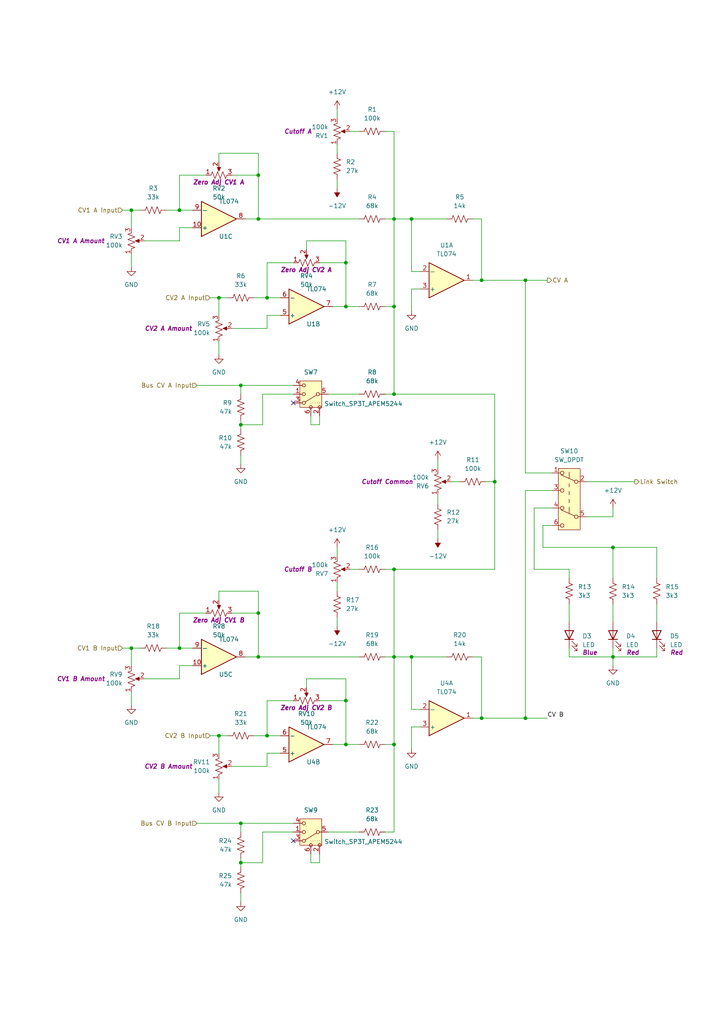
<source format=kicad_sch>
(kicad_sch (version 20231120) (generator "eeschema") (generator_version "8.0")
  (paper "A4" portrait)
  (title_block (comment 1 "PCB for 10cm Kosmo format synthesizer module"))
  (lib_symbols
    (symbol "Amplifier_Operational:TL074" (pin_names (offset 0.127))
      (property "Reference" "U" (at 0 5.08 0))
      (property "Value" "TL074" (at 0 -5.08 0))
      (symbol "TL074_1_1"
        (polyline (pts (xy -5.08 5.08) (xy 5.08 0) (xy -5.08 -5.08) (xy -5.08 5.08)) (stroke (width 0.254)) (fill (type background)))
        (pin output line (at 7.62 0 180) (length 2.54) (name "~") (number "1"))
        (pin input line (at -7.62 -2.54 0) (length 2.54) (name "-") (number "2"))
        (pin input line (at -7.62 2.54 0) (length 2.54) (name "+") (number "3"))
      )
      (symbol "TL074_2_1"
        (polyline (pts (xy -5.08 5.08) (xy 5.08 0) (xy -5.08 -5.08) (xy -5.08 5.08)) (stroke (width 0.254)) (fill (type background)))
        (pin input line (at -7.62 2.54 0) (length 2.54) (name "+") (number "5"))
        (pin input line (at -7.62 -2.54 0) (length 2.54) (name "-") (number "6"))
        (pin output line (at 7.62 0 180) (length 2.54) (name "~") (number "7"))
      )
      (symbol "TL074_3_1"
        (polyline (pts (xy -5.08 5.08) (xy 5.08 0) (xy -5.08 -5.08) (xy -5.08 5.08)) (stroke (width 0.254)) (fill (type background)))
        (pin input line (at -7.62 2.54 0) (length 2.54) (name "+") (number "10"))
        (pin output line (at 7.62 0 180) (length 2.54) (name "~") (number "8"))
        (pin input line (at -7.62 -2.54 0) (length 2.54) (name "-") (number "9"))
      )
      (symbol "TL074_4_1"
        (polyline (pts (xy -5.08 5.08) (xy 5.08 0) (xy -5.08 -5.08) (xy -5.08 5.08)) (stroke (width 0.254)) (fill (type background)))
        (pin input line (at -7.62 2.54 0) (length 2.54) (name "+") (number "12"))
        (pin input line (at -7.62 -2.54 0) (length 2.54) (name "-") (number "13"))
        (pin output line (at 7.62 0 180) (length 2.54) (name "~") (number "14"))
      )
      (symbol "TL074_5_1"
        (pin power_in line (at -2.54 -7.62 90) (length 3.81) (name "V-") (number "11"))
        (pin power_in line (at -2.54 7.62 270) (length 3.81) (name "V+") (number "4"))
      )
    )
    (symbol "Device:LED" (pin_numbers hide) (pin_names (offset 1.016) hide)
      (property "Reference" "D" (at 0 2.54 0))
      (property "Value" "LED" (at 0 -2.54 0))
      (symbol "LED_0_1"
        (polyline (pts (xy -1.27 -1.27) (xy -1.27 1.27)) (stroke (width 0.254)))
        (polyline (pts (xy -1.27 0) (xy 1.27 0)))
        (polyline (pts (xy 1.27 -1.27) (xy 1.27 1.27) (xy -1.27 0) (xy 1.27 -1.27)) (stroke (width 0.254)))
        (polyline (pts (xy -3.048 -0.762) (xy -4.572 -2.286) (xy -3.81 -2.286) (xy -4.572 -2.286) (xy -4.572 -1.524)))
        (polyline (pts (xy -1.778 -0.762) (xy -3.302 -2.286) (xy -2.54 -2.286) (xy -3.302 -2.286) (xy -3.302 -1.524)))
      )
      (symbol "LED_1_1"
        (pin passive line (at -3.81 0 0) (length 2.54) (name "K") (number "1"))
        (pin passive line (at 3.81 0 180) (length 2.54) (name "A") (number "2"))
      )
    )
    (symbol "Device:R_Potentiometer_US" (pin_names (offset 1.016) hide)
      (property "Reference" "RV" (at -4.445 0 90))
      (property "Value" "R_Potentiometer_US" (at -2.54 0 90))
      (symbol "R_Potentiometer_US_0_1"
        (polyline (pts (xy 0 -2.286) (xy 0 -2.54)))
        (polyline (pts (xy 0 2.54) (xy 0 2.286)))
        (polyline (pts (xy 2.54 0) (xy 1.524 0)))
        (polyline (pts (xy 1.143 0) (xy 2.286 0.508) (xy 2.286 -0.508) (xy 1.143 0)) (fill (type outline)))
        (polyline (pts (xy 0 -0.762) (xy 1.016 -1.143) (xy 0 -1.524) (xy -1.016 -1.905) (xy 0 -2.286)))
        (polyline (pts (xy 0 0.762) (xy 1.016 0.381) (xy 0 0) (xy -1.016 -0.381) (xy 0 -0.762)))
        (polyline (pts (xy 0 2.286) (xy 1.016 1.905) (xy 0 1.524) (xy -1.016 1.143) (xy 0 0.762)))
      )
      (symbol "R_Potentiometer_US_1_1"
        (pin passive line (at 0 3.81 270) (length 1.27) (name "1") (number "1"))
        (pin passive line (at 3.81 0 180) (length 1.27) (name "2") (number "2"))
        (pin passive line (at 0 -3.81 90) (length 1.27) (name "3") (number "3"))
      )
    )
    (symbol "Device:R_US" (pin_numbers hide) (pin_names (offset 0))
      (property "Reference" "R" (at 2.54 0 90))
      (property "Value" "R_US" (at -2.54 0 90))
      (symbol "R_US_0_1"
        (polyline (pts (xy 0 -2.286) (xy 0 -2.54)))
        (polyline (pts (xy 0 2.286) (xy 0 2.54)))
        (polyline (pts (xy 0 -0.762) (xy 1.016 -1.143) (xy 0 -1.524) (xy -1.016 -1.905) (xy 0 -2.286)))
        (polyline (pts (xy 0 0.762) (xy 1.016 0.381) (xy 0 0) (xy -1.016 -0.381) (xy 0 -0.762)))
        (polyline (pts (xy 0 2.286) (xy 1.016 1.905) (xy 0 1.524) (xy -1.016 1.143) (xy 0 0.762)))
      )
      (symbol "R_US_1_1"
        (pin passive line (at 0 3.81 270) (length 1.27) (name "~") (number "1"))
        (pin passive line (at 0 -3.81 90) (length 1.27) (name "~") (number "2"))
      )
    )
    (symbol "SynthStuff:Switch_DPDT" (pin_names (offset 0) hide)
      (property "Reference" "SW" (at 0 -13.97 0))
      (property "Value" "SW_DPDT" (at 0 -11.43 0))
      (symbol "Switch_DPDT_0_0"
        (circle (center -2.032 -5.08) (radius 0.508))
        (circle (center -2.032 5.08) (radius 0.508))
        (circle (center 2.032 -7.62) (radius 0.508))
        (circle (center 2.032 2.54) (radius 0.508))
      )
      (symbol "Switch_DPDT_0_1"
        (polyline (pts (xy -1.524 -4.826) (xy 2.3368 -3.0988)))
        (polyline (pts (xy -1.524 5.334) (xy 2.3368 7.0612)))
        (polyline (pts (xy 0 -2.286) (xy 0 -4.064)))
        (polyline (pts (xy 0 -1.016) (xy 0 0)))
        (polyline (pts (xy 0 1.27) (xy 0 2.286)))
        (polyline (pts (xy 0 3.556) (xy 0 4.572)))
        (polyline (pts (xy 0 7.874) (xy 0 6.096)))
        (circle (center 2.032 -2.54) (radius 0.508))
        (circle (center 2.032 7.62) (radius 0.508))
      )
      (symbol "Switch_DPDT_1_1"
        (rectangle (start -3.175 8.89) (end 3.175 -8.89) (fill (type background)))
        (pin passive line (at 5.08 7.62 180) (length 2.54) (name "A") (number "1"))
        (pin passive line (at -5.08 5.08 0) (length 2.54) (name "B") (number "2"))
        (pin passive line (at 5.08 2.54 180) (length 2.54) (name "C") (number "3"))
        (pin passive line (at 5.08 -2.54 180) (length 2.54) (name "A") (number "4"))
        (pin passive line (at -5.08 -5.08 0) (length 2.54) (name "B") (number "5"))
        (pin passive line (at 5.08 -7.62 180) (length 2.54) (name "C") (number "6"))
      )
    )
    (symbol "SynthStuff:Switch_SP3T" (pin_names (offset 0) hide)
      (property "Reference" "SW" (at 0 -5.08 0))
      (property "Value" "Switch_SP3T_APEM5244" (at 0 -7.62 0))
      (symbol "Switch_SP3T_0_1"
        (circle (center -2.54 3.81) (radius 0.4572))
        (circle (center -2.032 0) (radius 0.4572))
        (polyline (pts (xy -2.54 2.54) (xy -2.54 2.54)))
        (polyline (pts (xy -2.54 3.81) (xy -2.54 3.81)))
        (polyline (pts (xy -1.651 0.254) (xy 1.651 2.286)))
        (polyline (pts (xy -2.54 3.81) (xy -2.54 2.54) (xy 0 2.54) (xy 0 3.81)) (stroke (width 0) (type dot)))
        (circle (center 0 3.81) (radius 0.4572))
        (circle (center 2.032 -2.54) (radius 0.4572))
        (circle (center 2.032 0) (radius 0.4572))
        (circle (center 2.032 2.54) (radius 0.4572))
      )
      (symbol "Switch_SP3T_1_0"
        (pin passive line (at -2.54 6.35 270) (length 2.54) (name "2") (number "2"))
        (pin passive line (at 0 6.35 270) (length 2.54) (name "6") (number "6"))
      )
      (symbol "Switch_SP3T_1_1"
        (rectangle (start -3.175 3.81) (end 3.175 -3.81) (fill (type background)))
        (pin passive line (at 5.08 0 180) (length 2.54) (name "1") (number "1"))
        (pin passive line (at 5.08 2.54 180) (length 2.54) (name "3") (number "3"))
        (pin passive line (at 5.08 -2.54 180) (length 2.54) (name "4") (number "4"))
        (pin passive line (at -5.08 0 0) (length 2.54) (name "5") (number "5"))
      )
    )
    (symbol "power:+12V" (power) (pin_numbers hide) (pin_names (offset 0) hide)
      (property "Value" "+12V" (at 0 3.556 0))
      (symbol "+12V_0_1"
        (polyline (pts (xy -0.762 1.27) (xy 0 2.54)))
        (polyline (pts (xy 0 0) (xy 0 2.54)))
        (polyline (pts (xy 0 2.54) (xy 0.762 1.27)))
      )
      (symbol "+12V_1_1"
        (pin power_in line (at 0 0 90) (length 0) (name "~") (number "1"))
      )
    )
    (symbol "power:-12V" (power) (pin_numbers hide) (pin_names (offset 0) hide)
      (property "Value" "-12V" (at 0 3.556 0))
      (symbol "-12V_0_0"
        (pin power_in line (at 0 0 90) (length 0) (name "~") (number "1"))
      )
      (symbol "-12V_0_1"
        (polyline (pts (xy 0 0) (xy 0 1.27) (xy 0.762 1.27) (xy 0 2.54) (xy -0.762 1.27) (xy 0 1.27)) (fill (type outline)))
      )
    )
    (symbol "power:GND" (power) (pin_numbers hide) (pin_names (offset 0) hide)
      (property "Value" "GND" (at 0 -3.81 0))
      (symbol "GND_0_1"
        (polyline (pts (xy 0 0) (xy 0 -1.27) (xy 1.27 -1.27) (xy 0 -2.54) (xy -1.27 -1.27) (xy 0 -1.27)))
      )
      (symbol "GND_1_1"
        (pin power_in line (at 0 0 270) (length 0) (name "~") (number "1"))
      )
    )
  )
  (junction (at 74.93 190.5))
  (junction (at 177.8 158.75))
  (junction (at 114.3 63.5))
  (junction (at 119.38 190.5))
  (junction (at 152.4 208.28))
  (junction (at 69.85 123.19))
  (junction (at 100.33 203.2))
  (junction (at 63.5 86.36))
  (junction (at 100.33 215.9))
  (junction (at 38.1 187.96))
  (junction (at 74.93 177.8))
  (junction (at 69.85 111.76))
  (junction (at 74.93 50.8))
  (junction (at 114.3 114.3))
  (junction (at 114.3 190.5))
  (junction (at 69.85 238.76))
  (junction (at 63.5 213.36))
  (junction (at 139.7 208.28))
  (junction (at 152.4 81.28))
  (junction (at 143.51 139.7))
  (junction (at 114.3 215.9))
  (junction (at 114.3 88.9))
  (junction (at 38.1 60.96))
  (junction (at 100.33 88.9))
  (junction (at 100.33 76.2))
  (junction (at 52.07 60.96))
  (junction (at 114.3 165.1))
  (junction (at 177.8 190.5))
  (junction (at 74.93 63.5))
  (junction (at 52.07 187.96))
  (junction (at 119.38 63.5))
  (junction (at 139.7 81.28))
  (junction (at 77.47 86.36))
  (junction (at 69.85 250.19))
  (junction (at 77.47 213.36))
  (no_connect (at 85.09 243.84))
  (no_connect (at 85.09 116.84))
  (wire (pts (xy 90.17 123.19) (xy 92.71 123.19)))
  (wire (pts (xy 88.9 69.85) (xy 100.33 69.85)))
  (wire (pts (xy 88.9 196.85) (xy 100.33 196.85)))
  (wire (pts (xy 100.33 69.85) (xy 100.33 76.2)))
  (wire (pts (xy 77.47 213.36) (xy 81.28 213.36)))
  (wire (pts (xy 41.91 196.85) (xy 52.07 196.85)))
  (wire (pts (xy 69.85 238.76) (xy 69.85 241.3)))
  (wire (pts (xy 38.1 200.66) (xy 38.1 204.47)))
  (wire (pts (xy 97.79 179.07) (xy 97.79 181.61)))
  (wire (pts (xy 165.1 187.96) (xy 165.1 190.5)))
  (wire (pts (xy 92.71 250.19) (xy 92.71 247.65)))
  (wire (pts (xy 35.56 187.96) (xy 38.1 187.96)))
  (wire (pts (xy 152.4 81.28) (xy 158.75 81.28)))
  (wire (pts (xy 92.71 203.2) (xy 100.33 203.2)))
  (wire (pts (xy 152.4 81.28) (xy 152.4 137.16)))
  (wire (pts (xy 160.02 152.4) (xy 157.48 152.4)))
  (wire (pts (xy 130.81 139.7) (xy 133.35 139.7)))
  (wire (pts (xy 170.18 139.7) (xy 184.15 139.7)))
  (wire (pts (xy 67.31 50.8) (xy 74.93 50.8)))
  (wire (pts (xy 139.7 208.28) (xy 137.16 208.28)))
  (wire (pts (xy 77.47 203.2) (xy 77.47 213.36)))
  (wire (pts (xy 100.33 88.9) (xy 104.14 88.9)))
  (wire (pts (xy 139.7 208.28) (xy 152.4 208.28)))
  (wire (pts (xy 152.4 208.28) (xy 158.75 208.28)))
  (wire (pts (xy 67.31 222.25) (xy 77.47 222.25)))
  (wire (pts (xy 121.92 83.82) (xy 119.38 83.82)))
  (wire (pts (xy 38.1 193.04) (xy 38.1 187.96)))
  (wire (pts (xy 74.93 63.5) (xy 71.12 63.5)))
  (wire (pts (xy 38.1 187.96) (xy 40.64 187.96)))
  (wire (pts (xy 38.1 73.66) (xy 38.1 77.47)))
  (wire (pts (xy 137.16 190.5) (xy 139.7 190.5)))
  (wire (pts (xy 143.51 139.7) (xy 143.51 165.1)))
  (wire (pts (xy 52.07 66.04) (xy 55.88 66.04)))
  (wire (pts (xy 90.17 120.65) (xy 90.17 123.19)))
  (wire (pts (xy 190.5 158.75) (xy 190.5 167.64)))
  (wire (pts (xy 119.38 205.74) (xy 121.92 205.74)))
  (wire (pts (xy 77.47 222.25) (xy 77.47 218.44)))
  (wire (pts (xy 97.79 41.91) (xy 97.79 44.45)))
  (wire (pts (xy 77.47 86.36) (xy 81.28 86.36)))
  (wire (pts (xy 111.76 190.5) (xy 114.3 190.5)))
  (wire (pts (xy 177.8 190.5) (xy 177.8 193.04)))
  (wire (pts (xy 143.51 165.1) (xy 114.3 165.1)))
  (wire (pts (xy 114.3 215.9) (xy 114.3 241.3)))
  (wire (pts (xy 48.26 187.96) (xy 52.07 187.96)))
  (wire (pts (xy 92.71 123.19) (xy 92.71 120.65)))
  (wire (pts (xy 38.1 60.96) (xy 40.64 60.96)))
  (wire (pts (xy 76.2 241.3) (xy 85.09 241.3)))
  (wire (pts (xy 69.85 121.92) (xy 69.85 123.19)))
  (wire (pts (xy 111.76 114.3) (xy 114.3 114.3)))
  (wire (pts (xy 76.2 250.19) (xy 69.85 250.19)))
  (wire (pts (xy 97.79 168.91) (xy 97.79 171.45)))
  (wire (pts (xy 52.07 50.8) (xy 52.07 60.96)))
  (wire (pts (xy 52.07 50.8) (xy 59.69 50.8)))
  (wire (pts (xy 52.07 177.8) (xy 59.69 177.8)))
  (wire (pts (xy 177.8 187.96) (xy 177.8 190.5)))
  (wire (pts (xy 76.2 123.19) (xy 69.85 123.19)))
  (wire (pts (xy 74.93 44.45) (xy 74.93 50.8)))
  (wire (pts (xy 69.85 111.76) (xy 69.85 114.3)))
  (wire (pts (xy 63.5 173.99) (xy 63.5 171.45)))
  (wire (pts (xy 177.8 158.75) (xy 177.8 167.64)))
  (wire (pts (xy 69.85 238.76) (xy 85.09 238.76)))
  (wire (pts (xy 88.9 199.39) (xy 88.9 196.85)))
  (wire (pts (xy 177.8 190.5) (xy 190.5 190.5)))
  (wire (pts (xy 85.09 203.2) (xy 77.47 203.2)))
  (wire (pts (xy 88.9 72.39) (xy 88.9 69.85)))
  (wire (pts (xy 139.7 81.28) (xy 137.16 81.28)))
  (wire (pts (xy 67.31 177.8) (xy 74.93 177.8)))
  (wire (pts (xy 100.33 196.85) (xy 100.33 203.2)))
  (wire (pts (xy 190.5 187.96) (xy 190.5 190.5)))
  (wire (pts (xy 63.5 99.06) (xy 63.5 102.87)))
  (wire (pts (xy 73.66 213.36) (xy 77.47 213.36)))
  (wire (pts (xy 63.5 226.06) (xy 63.5 229.87)))
  (wire (pts (xy 154.94 165.1) (xy 165.1 165.1)))
  (wire (pts (xy 63.5 86.36) (xy 66.04 86.36)))
  (wire (pts (xy 114.3 38.1) (xy 114.3 63.5)))
  (wire (pts (xy 63.5 44.45) (xy 74.93 44.45)))
  (wire (pts (xy 63.5 218.44) (xy 63.5 213.36)))
  (wire (pts (xy 92.71 76.2) (xy 100.33 76.2)))
  (wire (pts (xy 111.76 38.1) (xy 114.3 38.1)))
  (wire (pts (xy 127 133.35) (xy 127 135.89)))
  (wire (pts (xy 77.47 76.2) (xy 77.47 86.36)))
  (wire (pts (xy 127 153.67) (xy 127 156.21)))
  (wire (pts (xy 90.17 250.19) (xy 92.71 250.19)))
  (wire (pts (xy 96.52 88.9) (xy 100.33 88.9)))
  (wire (pts (xy 152.4 208.28) (xy 152.4 142.24)))
  (wire (pts (xy 177.8 149.86) (xy 170.18 149.86)))
  (wire (pts (xy 114.3 63.5) (xy 114.3 88.9)))
  (wire (pts (xy 127 143.51) (xy 127 146.05)))
  (wire (pts (xy 74.93 63.5) (xy 104.14 63.5)))
  (wire (pts (xy 101.6 38.1) (xy 104.14 38.1)))
  (wire (pts (xy 121.92 210.82) (xy 119.38 210.82)))
  (wire (pts (xy 165.1 175.26) (xy 165.1 180.34)))
  (wire (pts (xy 85.09 76.2) (xy 77.47 76.2)))
  (wire (pts (xy 157.48 158.75) (xy 177.8 158.75)))
  (wire (pts (xy 52.07 60.96) (xy 55.88 60.96)))
  (wire (pts (xy 152.4 142.24) (xy 160.02 142.24)))
  (wire (pts (xy 74.93 190.5) (xy 104.14 190.5)))
  (wire (pts (xy 190.5 175.26) (xy 190.5 180.34)))
  (wire (pts (xy 165.1 190.5) (xy 177.8 190.5)))
  (wire (pts (xy 95.25 241.3) (xy 104.14 241.3)))
  (wire (pts (xy 52.07 69.85) (xy 52.07 66.04)))
  (wire (pts (xy 69.85 259.08) (xy 69.85 261.62)))
  (wire (pts (xy 67.31 95.25) (xy 77.47 95.25)))
  (wire (pts (xy 139.7 190.5) (xy 139.7 208.28)))
  (wire (pts (xy 57.15 111.76) (xy 69.85 111.76)))
  (wire (pts (xy 177.8 175.26) (xy 177.8 180.34)))
  (wire (pts (xy 177.8 158.75) (xy 190.5 158.75)))
  (wire (pts (xy 35.56 60.96) (xy 38.1 60.96)))
  (wire (pts (xy 139.7 63.5) (xy 139.7 81.28)))
  (wire (pts (xy 38.1 66.04) (xy 38.1 60.96)))
  (wire (pts (xy 177.8 147.32) (xy 177.8 149.86)))
  (wire (pts (xy 90.17 247.65) (xy 90.17 250.19)))
  (wire (pts (xy 119.38 78.74) (xy 121.92 78.74)))
  (wire (pts (xy 160.02 147.32) (xy 154.94 147.32)))
  (wire (pts (xy 137.16 63.5) (xy 139.7 63.5)))
  (wire (pts (xy 63.5 91.44) (xy 63.5 86.36)))
  (wire (pts (xy 111.76 63.5) (xy 114.3 63.5)))
  (wire (pts (xy 165.1 165.1) (xy 165.1 167.64)))
  (wire (pts (xy 119.38 190.5) (xy 119.38 205.74)))
  (wire (pts (xy 114.3 88.9) (xy 114.3 114.3)))
  (wire (pts (xy 111.76 241.3) (xy 114.3 241.3)))
  (wire (pts (xy 100.33 203.2) (xy 100.33 215.9)))
  (wire (pts (xy 74.93 177.8) (xy 74.93 190.5)))
  (wire (pts (xy 76.2 114.3) (xy 85.09 114.3)))
  (wire (pts (xy 101.6 165.1) (xy 104.14 165.1)))
  (wire (pts (xy 57.15 238.76) (xy 69.85 238.76)))
  (wire (pts (xy 63.5 46.99) (xy 63.5 44.45)))
  (wire (pts (xy 69.85 111.76) (xy 85.09 111.76)))
  (wire (pts (xy 76.2 241.3) (xy 76.2 250.19)))
  (wire (pts (xy 74.93 190.5) (xy 71.12 190.5)))
  (wire (pts (xy 143.51 114.3) (xy 143.51 139.7)))
  (wire (pts (xy 77.47 91.44) (xy 81.28 91.44)))
  (wire (pts (xy 77.47 95.25) (xy 77.47 91.44)))
  (wire (pts (xy 69.85 123.19) (xy 69.85 124.46)))
  (wire (pts (xy 69.85 250.19) (xy 69.85 251.46)))
  (wire (pts (xy 111.76 88.9) (xy 114.3 88.9)))
  (wire (pts (xy 95.25 114.3) (xy 104.14 114.3)))
  (wire (pts (xy 60.96 213.36) (xy 63.5 213.36)))
  (wire (pts (xy 100.33 76.2) (xy 100.33 88.9)))
  (wire (pts (xy 111.76 215.9) (xy 114.3 215.9)))
  (wire (pts (xy 77.47 218.44) (xy 81.28 218.44)))
  (wire (pts (xy 160.02 137.16) (xy 152.4 137.16)))
  (wire (pts (xy 52.07 177.8) (xy 52.07 187.96)))
  (wire (pts (xy 69.85 248.92) (xy 69.85 250.19)))
  (wire (pts (xy 119.38 63.5) (xy 119.38 78.74)))
  (wire (pts (xy 97.79 52.07) (xy 97.79 54.61)))
  (wire (pts (xy 97.79 31.75) (xy 97.79 34.29)))
  (wire (pts (xy 154.94 147.32) (xy 154.94 165.1)))
  (wire (pts (xy 74.93 50.8) (xy 74.93 63.5)))
  (wire (pts (xy 63.5 171.45) (xy 74.93 171.45)))
  (wire (pts (xy 76.2 114.3) (xy 76.2 123.19)))
  (wire (pts (xy 96.52 215.9) (xy 100.33 215.9)))
  (wire (pts (xy 114.3 190.5) (xy 114.3 215.9)))
  (wire (pts (xy 69.85 132.08) (xy 69.85 134.62)))
  (wire (pts (xy 139.7 81.28) (xy 152.4 81.28)))
  (wire (pts (xy 60.96 86.36) (xy 63.5 86.36)))
  (wire (pts (xy 119.38 83.82) (xy 119.38 90.17)))
  (wire (pts (xy 129.54 190.5) (xy 119.38 190.5)))
  (wire (pts (xy 140.97 139.7) (xy 143.51 139.7)))
  (wire (pts (xy 119.38 210.82) (xy 119.38 217.17)))
  (wire (pts (xy 73.66 86.36) (xy 77.47 86.36)))
  (wire (pts (xy 114.3 190.5) (xy 119.38 190.5)))
  (wire (pts (xy 63.5 213.36) (xy 66.04 213.36)))
  (wire (pts (xy 97.79 158.75) (xy 97.79 161.29)))
  (wire (pts (xy 52.07 187.96) (xy 55.88 187.96)))
  (wire (pts (xy 114.3 114.3) (xy 143.51 114.3)))
  (wire (pts (xy 111.76 165.1) (xy 114.3 165.1)))
  (wire (pts (xy 74.93 171.45) (xy 74.93 177.8)))
  (wire (pts (xy 114.3 63.5) (xy 119.38 63.5)))
  (wire (pts (xy 157.48 152.4) (xy 157.48 158.75)))
  (wire (pts (xy 100.33 215.9) (xy 104.14 215.9)))
  (wire (pts (xy 41.91 69.85) (xy 52.07 69.85)))
  (wire (pts (xy 48.26 60.96) (xy 52.07 60.96)))
  (wire (pts (xy 114.3 165.1) (xy 114.3 190.5)))
  (wire (pts (xy 52.07 193.04) (xy 55.88 193.04)))
  (wire (pts (xy 52.07 196.85) (xy 52.07 193.04)))
  (wire (pts (xy 129.54 63.5) (xy 119.38 63.5)))
  (label "CV B" (at 158.75 208.28 0))
  (hierarchical_label "CV1 B Input" (shape input) (at 35.56 187.96 180))
  (hierarchical_label "CV1 A Input" (shape input) (at 35.56 60.96 180))
  (hierarchical_label "CV A" (shape output) (at 158.75 81.28 0))
  (hierarchical_label "CV2 B Input" (shape input) (at 60.96 213.36 180))
  (hierarchical_label "Bus CV B Input" (shape input) (at 57.15 238.76 180))
  (hierarchical_label "Link Switch" (shape output) (at 184.15 139.7 0))
  (hierarchical_label "CV2 A Input" (shape input) (at 60.96 86.36 180))
  (hierarchical_label "Bus CV A Input" (shape input) (at 57.15 111.76 180))
  (symbol (lib_id "Device:R_US") (at 190.5 171.45 0) (unit 1)
    (property "Reference" "R15" (at 193.04 170.1799 0) (effects (justify left)))
    (property "Value" "3k3" (at 193.04 172.7199 0) (effects (justify left)))
    (property "Footprint" "Resistor_THT:R_Axial_DIN0207_L6.3mm_D2.5mm_P7.62mm_Horizontal" (effects (hide yes)))
    (property "Description" "Resistor, US symbol" (effects (hide yes)))
  )
  (symbol (lib_id "power:GND") (at 63.5 102.87 0) (unit 1)
    (property "Reference" "#PWR019" (effects (hide yes)))
    (property "Value" "GND" (at 63.5 107.95 0))
    (property "Description" "Power symbol creates a global label with name \"GND\" , ground" (effects (hide yes)))
  )
  (symbol (lib_id "power:+12V") (at 177.8 147.32 0) (unit 1)
    (property "Reference" "#PWR022" (effects (hide yes)))
    (property "Value" "+12V" (at 177.8 142.24 0))
    (property "Description" "Power symbol creates a global label with name \"+12V\"" (effects (hide yes)))
  )
  (symbol (lib_id "Device:R_US") (at 97.79 175.26 0) (unit 1)
    (property "Reference" "R17" (at 100.33 173.9899 0) (effects (justify left)))
    (property "Value" "27k" (at 100.33 176.5299 0) (effects (justify left)))
    (property "Footprint" "Resistor_THT:R_Axial_DIN0207_L6.3mm_D2.5mm_P7.62mm_Horizontal" (effects (hide yes)))
    (property "Description" "Resistor, US symbol" (effects (hide yes)))
  )
  (symbol (lib_id "power:GND") (at 119.38 217.17 0) (unit 1)
    (property "Reference" "#PWR028" (effects (hide yes)))
    (property "Value" "GND" (at 119.38 222.25 0))
    (property "Description" "Power symbol creates a global label with name \"GND\" , ground" (effects (hide yes)))
  )
  (symbol (lib_id "Device:R_US") (at 107.95 165.1 90) (unit 1)
    (property "Reference" "R16" (at 107.95 158.75 90))
    (property "Value" "100k" (at 107.95 161.29 90))
    (property "Footprint" "Resistor_THT:R_Axial_DIN0207_L6.3mm_D2.5mm_P7.62mm_Horizontal" (effects (hide yes)))
    (property "Description" "Resistor, US symbol" (effects (hide yes)))
  )
  (symbol (lib_id "Device:R_US") (at 177.8 171.45 0) (unit 1)
    (property "Reference" "R14" (at 180.34 170.1799 0) (effects (justify left)))
    (property "Value" "3k3" (at 180.34 172.7199 0) (effects (justify left)))
    (property "Footprint" "Resistor_THT:R_Axial_DIN0207_L6.3mm_D2.5mm_P7.62mm_Horizontal" (effects (hide yes)))
    (property "Description" "Resistor, US symbol" (effects (hide yes)))
  )
  (symbol (lib_id "Device:R_Potentiometer_US") (at 127 139.7 0) (mirror x) (unit 1)
    (property "Reference" "RV6" (at 124.46 140.9701 0) (effects (justify right)))
    (property "Value" "100k" (at 124.46 138.4301 0) (effects (justify right)))
    (property "Footprint" "SynthStuff:Potentiometer_Alpha_RD901F-40-00D_Single_Vertical" (effects (hide yes)))
    (property "Description" "Potentiometer, US symbol" (effects (hide yes)))
    (property "Function" "Cutoff Common" (at 112.268 139.7 0) (effects (font (thickness 0.254) (bold yes) (italic yes))))
  )
  (symbol (lib_id "power:GND") (at 63.5 229.87 0) (unit 1)
    (property "Reference" "#PWR029" (effects (hide yes)))
    (property "Value" "GND" (at 63.5 234.95 0))
    (property "Description" "Power symbol creates a global label with name \"GND\" , ground" (effects (hide yes)))
  )
  (symbol (lib_id "power:GND") (at 38.1 77.47 0) (unit 1)
    (property "Reference" "#PWR011" (effects (hide yes)))
    (property "Value" "GND" (at 38.1 82.55 0))
    (property "Description" "Power symbol creates a global label with name \"GND\" , ground" (effects (hide yes)))
  )
  (symbol (lib_id "Device:R_US") (at 107.95 63.5 90) (unit 1)
    (property "Reference" "R4" (at 107.95 57.15 90))
    (property "Value" "68k" (at 107.95 59.69 90))
    (property "Footprint" "Resistor_THT:R_Axial_DIN0207_L6.3mm_D2.5mm_P7.62mm_Horizontal" (effects (hide yes)))
    (property "Description" "Resistor, US symbol" (effects (hide yes)))
  )
  (symbol (lib_id "Device:R_Potentiometer_US") (at 88.9 203.2 90) (unit 1)
    (property "Reference" "RV10" (at 88.9 207.01 90))
    (property "Value" "50k" (at 88.9 209.55 90))
    (property "Footprint" "Potentiometer_THT:Potentiometer_Bourns_3296W_Vertical" (effects (hide yes)))
    (property "Description" "Potentiometer, US symbol" (effects (hide yes)))
    (property "Function" "Zero Adj CV2 B" (at 88.9 205.232 90) (effects (font (thickness 0.254) (bold yes) (italic yes))))
  )
  (symbol (lib_id "power:GND") (at 69.85 134.62 0) (unit 1)
    (property "Reference" "#PWR021" (effects (hide yes)))
    (property "Value" "GND" (at 69.85 139.7 0))
    (property "Description" "Power symbol creates a global label with name \"GND\" , ground" (effects (hide yes)))
  )
  (symbol (lib_id "Device:R_US") (at 107.95 114.3 270) (unit 1)
    (property "Reference" "R8" (at 107.95 107.95 90))
    (property "Value" "68k" (at 107.95 110.49 90))
    (property "Footprint" "Resistor_THT:R_Axial_DIN0207_L6.3mm_D2.5mm_P7.62mm_Horizontal" (effects (hide yes)))
    (property "Description" "Resistor, US symbol" (effects (hide yes)))
  )
  (symbol (lib_id "Device:R_US") (at 69.85 86.36 90) (unit 1)
    (property "Reference" "R6" (at 69.85 80.01 90))
    (property "Value" "33k" (at 69.85 82.55 90))
    (property "Footprint" "Resistor_THT:R_Axial_DIN0207_L6.3mm_D2.5mm_P7.62mm_Horizontal" (effects (hide yes)))
    (property "Description" "Resistor, US symbol" (effects (hide yes)))
  )
  (symbol (lib_id "power:+12V") (at 127 133.35 0) (unit 1)
    (property "Reference" "#PWR020" (effects (hide yes)))
    (property "Value" "+12V" (at 127 128.27 0))
    (property "Description" "Power symbol creates a global label with name \"+12V\"" (effects (hide yes)))
  )
  (symbol (lib_id "Device:R_US") (at 97.79 48.26 0) (unit 1)
    (property "Reference" "R2" (at 100.33 46.9899 0) (effects (justify left)))
    (property "Value" "27k" (at 100.33 49.5299 0) (effects (justify left)))
    (property "Footprint" "Resistor_THT:R_Axial_DIN0207_L6.3mm_D2.5mm_P7.62mm_Horizontal" (effects (hide yes)))
    (property "Description" "Resistor, US symbol" (effects (hide yes)))
  )
  (symbol (lib_id "Device:R_US") (at 107.95 190.5 90) (unit 1)
    (property "Reference" "R19" (at 107.95 184.15 90))
    (property "Value" "68k" (at 107.95 186.69 90))
    (property "Footprint" "Resistor_THT:R_Axial_DIN0207_L6.3mm_D2.5mm_P7.62mm_Horizontal" (effects (hide yes)))
    (property "Description" "Resistor, US symbol" (effects (hide yes)))
  )
  (symbol (lib_id "power:GND") (at 119.38 90.17 0) (unit 1)
    (property "Reference" "#PWR012" (effects (hide yes)))
    (property "Value" "GND" (at 119.38 95.25 0))
    (property "Description" "Power symbol creates a global label with name \"GND\" , ground" (effects (hide yes)))
  )
  (symbol (lib_id "Device:R_US") (at 133.35 63.5 90) (unit 1)
    (property "Reference" "R5" (at 133.35 57.15 90))
    (property "Value" "14k" (at 133.35 59.69 90))
    (property "Footprint" "Resistor_THT:R_Axial_DIN0207_L6.3mm_D2.5mm_P7.62mm_Horizontal" (effects (hide yes)))
    (property "Description" "Resistor, US symbol" (effects (hide yes)))
  )
  (symbol (lib_id "Device:R_Potentiometer_US") (at 63.5 177.8 90) (unit 1)
    (property "Reference" "RV8" (at 63.5 181.61 90))
    (property "Value" "50k" (at 63.5 184.15 90))
    (property "Footprint" "Potentiometer_THT:Potentiometer_Bourns_3296W_Vertical" (effects (hide yes)))
    (property "Description" "Potentiometer, US symbol" (effects (hide yes)))
    (property "Function" "Zero Adj CV1 B" (at 63.5 179.832 90) (effects (font (thickness 0.254) (bold yes) (italic yes))))
  )
  (symbol (lib_id "power:GND") (at 69.85 261.62 0) (unit 1)
    (property "Reference" "#PWR030" (effects (hide yes)))
    (property "Value" "GND" (at 69.85 266.7 0))
    (property "Description" "Power symbol creates a global label with name \"GND\" , ground" (effects (hide yes)))
  )
  (symbol (lib_id "Device:R_Potentiometer_US") (at 63.5 222.25 0) (mirror x) (unit 1)
    (property "Reference" "RV11" (at 60.96 220.9799 0) (effects (justify right)))
    (property "Value" "100k" (at 60.96 223.5199 0) (effects (justify right)))
    (property "Footprint" "SynthStuff:Potentiometer_TT_P110KH1" (effects (hide yes)))
    (property "Description" "Potentiometer, US symbol" (effects (hide yes)))
    (property "Function" "CV2 B Amount" (at 48.768 222.25 0) (effects (font (thickness 0.254) (bold yes) (italic yes))))
  )
  (symbol (lib_id "Device:R_Potentiometer_US") (at 97.79 165.1 0) (mirror x) (unit 1)
    (property "Reference" "RV7" (at 95.25 166.3701 0) (effects (justify right)))
    (property "Value" "100k" (at 95.25 163.8301 0) (effects (justify right)))
    (property "Footprint" "SynthStuff:Potentiometer_Alpha_RD901F-40-00D_Single_Vertical" (effects (hide yes)))
    (property "Description" "Potentiometer, US symbol" (effects (hide yes)))
    (property "Function" "Cutoff B" (at 86.36 165.1 0) (effects (font (thickness 0.254) (bold yes) (italic yes))))
  )
  (symbol (lib_id "Device:R_US") (at 133.35 190.5 90) (unit 1)
    (property "Reference" "R20" (at 133.35 184.15 90))
    (property "Value" "14k" (at 133.35 186.69 90))
    (property "Footprint" "Resistor_THT:R_Axial_DIN0207_L6.3mm_D2.5mm_P7.62mm_Horizontal" (effects (hide yes)))
    (property "Description" "Resistor, US symbol" (effects (hide yes)))
  )
  (symbol (lib_id "Device:LED") (at 165.1 184.15 90) (unit 1)
    (property "Reference" "D3" (at 168.91 184.4674 90) (effects (justify right)))
    (property "Value" "LED" (at 168.91 187.0074 90) (effects (justify right)))
    (property "Footprint" "LED_THT:LED_D3.0mm" (effects (hide yes)))
    (property "Description" "Light emitting diode" (effects (hide yes)))
    (property "Function" "Blue" (at 171.196 189.23 90) (effects (font (thickness 0.254) (bold yes) (italic yes))))
  )
  (symbol (lib_id "Device:R_US") (at 44.45 60.96 90) (unit 1)
    (property "Reference" "R3" (at 44.45 54.61 90))
    (property "Value" "33k" (at 44.45 57.15 90))
    (property "Footprint" "Resistor_THT:R_Axial_DIN0207_L6.3mm_D2.5mm_P7.62mm_Horizontal" (effects (hide yes)))
    (property "Description" "Resistor, US symbol" (effects (hide yes)))
  )
  (symbol (lib_id "Device:R_US") (at 69.85 128.27 0) (mirror x) (unit 1)
    (property "Reference" "R10" (at 67.31 126.9999 0) (effects (justify right)))
    (property "Value" "47k" (at 67.31 129.5399 0) (effects (justify right)))
    (property "Footprint" "Resistor_THT:R_Axial_DIN0207_L6.3mm_D2.5mm_P7.62mm_Horizontal" (effects (hide yes)))
    (property "Description" "Resistor, US symbol" (effects (hide yes)))
  )
  (symbol (lib_id "Device:R_Potentiometer_US") (at 38.1 69.85 0) (mirror x) (unit 1)
    (property "Reference" "RV3" (at 35.56 68.5799 0) (effects (justify right)))
    (property "Value" "100k" (at 35.56 71.1199 0) (effects (justify right)))
    (property "Footprint" "SynthStuff:Potentiometer_TT_P110KH1" (effects (hide yes)))
    (property "Description" "Potentiometer, US symbol" (effects (hide yes)))
    (property "Function" "CV1 A Amount" (at 23.368 69.85 0) (effects (font (thickness 0.254) (bold yes) (italic yes))))
  )
  (symbol (lib_id "Device:R_Potentiometer_US") (at 88.9 76.2 90) (unit 1)
    (property "Reference" "RV4" (at 88.9 80.01 90))
    (property "Value" "50k" (at 88.9 82.55 90))
    (property "Footprint" "Potentiometer_THT:Potentiometer_Bourns_3296W_Vertical" (effects (hide yes)))
    (property "Description" "Potentiometer, US symbol" (effects (hide yes)))
    (property "Function" "Zero Adj CV2 A" (at 88.9 78.232 90) (effects (font (thickness 0.254) (bold yes) (italic yes))))
  )
  (symbol (lib_id "SynthStuff:Switch_SP3T") (at 90.17 241.3 180) (unit 1)
    (property "Reference" "SW9" (at 90.17 234.95 0))
    (property "Value" "Switch_SP3T_APEM5244" (at 105.41 244.094 0))
    (property "Datasheet" "https://docs.rs-online.com/9882/0900766b80032e26.pdf" (effects (hide yes)))
    (property "Description" "Toggle Switch, three position, single pole triple throw in DPDT casing" (effects (hide yes)))
  )
  (symbol (lib_id "Device:R_Potentiometer_US") (at 63.5 50.8 90) (unit 1)
    (property "Reference" "RV2" (at 63.5 54.61 90))
    (property "Value" "50k" (at 63.5 57.15 90))
    (property "Footprint" "Potentiometer_THT:Potentiometer_Bourns_3296W_Vertical" (effects (hide yes)))
    (property "Description" "Potentiometer, US symbol" (effects (hide yes)))
    (property "Function" "Zero Adj CV1 A" (at 63.5 52.832 90) (effects (font (thickness 0.254) (bold yes) (italic yes))))
  )
  (symbol (lib_id "power:-12V") (at 127 156.21 180) (unit 1)
    (property "Reference" "#PWR023" (effects (hide yes)))
    (property "Value" "-12V" (at 127 161.29 0))
    (property "Description" "Power symbol creates a global label with name \"-12V\"" (effects (hide yes)))
  )
  (symbol (lib_id "power:GND") (at 38.1 204.47 0) (unit 1)
    (property "Reference" "#PWR027" (effects (hide yes)))
    (property "Value" "GND" (at 38.1 209.55 0))
    (property "Description" "Power symbol creates a global label with name \"GND\" , ground" (effects (hide yes)))
  )
  (symbol (lib_id "Device:R_US") (at 69.85 245.11 0) (mirror x) (unit 1)
    (property "Reference" "R24" (at 67.31 243.8399 0) (effects (justify right)))
    (property "Value" "47k" (at 67.31 246.3799 0) (effects (justify right)))
    (property "Footprint" "Resistor_THT:R_Axial_DIN0207_L6.3mm_D2.5mm_P7.62mm_Horizontal" (effects (hide yes)))
    (property "Description" "Resistor, US symbol" (effects (hide yes)))
  )
  (symbol (lib_id "Device:R_US") (at 107.95 38.1 90) (unit 1)
    (property "Reference" "R1" (at 107.95 31.75 90))
    (property "Value" "100k" (at 107.95 34.29 90))
    (property "Footprint" "Resistor_THT:R_Axial_DIN0207_L6.3mm_D2.5mm_P7.62mm_Horizontal" (effects (hide yes)))
    (property "Description" "Resistor, US symbol" (effects (hide yes)))
  )
  (symbol (lib_id "power:GND") (at 177.8 193.04 0) (unit 1)
    (property "Reference" "#PWR026" (effects (hide yes)))
    (property "Value" "GND" (at 177.8 198.12 0))
    (property "Description" "Power symbol creates a global label with name \"GND\" , ground" (effects (hide yes)))
  )
  (symbol (lib_id "Device:R_US") (at 165.1 171.45 0) (unit 1)
    (property "Reference" "R13" (at 167.64 170.1799 0) (effects (justify left)))
    (property "Value" "3k3" (at 167.64 172.7199 0) (effects (justify left)))
    (property "Footprint" "Resistor_THT:R_Axial_DIN0207_L6.3mm_D2.5mm_P7.62mm_Horizontal" (effects (hide yes)))
    (property "Description" "Resistor, US symbol" (effects (hide yes)))
  )
  (symbol (lib_id "Amplifier_Operational:TL074") (at 129.54 208.28 0) (mirror x) (unit 1)
    (property "Reference" "U4" (at 129.54 198.12 0))
    (property "Value" "TL074" (at 129.54 200.66 0))
    (property "Footprint" "Package_DIP:DIP-14_W7.62mm_Socket" (effects (hide yes)))
    (property "Datasheet" "http://www.ti.com/lit/ds/symlink/tl071.pdf" (effects (hide yes)))
    (property "Description" "Quad Low-Noise JFET-Input Operational Amplifiers, DIP-14/SOIC-14" (effects (hide yes)))
  )
  (symbol (lib_id "Device:R_US") (at 69.85 255.27 0) (mirror x) (unit 1)
    (property "Reference" "R25" (at 67.31 253.9999 0) (effects (justify right)))
    (property "Value" "47k" (at 67.31 256.5399 0) (effects (justify right)))
    (property "Footprint" "Resistor_THT:R_Axial_DIN0207_L6.3mm_D2.5mm_P7.62mm_Horizontal" (effects (hide yes)))
    (property "Description" "Resistor, US symbol" (effects (hide yes)))
  )
  (symbol (lib_id "Device:R_Potentiometer_US") (at 97.79 38.1 0) (mirror x) (unit 1)
    (property "Reference" "RV1" (at 95.25 39.3701 0) (effects (justify right)))
    (property "Value" "100k" (at 95.25 36.8301 0) (effects (justify right)))
    (property "Footprint" "SynthStuff:Potentiometer_Alpha_RD901F-40-00D_Single_Vertical" (effects (hide yes)))
    (property "Description" "Potentiometer, US symbol" (effects (hide yes)))
    (property "Function" "Cutoff A" (at 86.36 38.1 0) (effects (font (thickness 0.254) (bold yes) (italic yes))))
  )
  (symbol (lib_id "Amplifier_Operational:TL074") (at 88.9 88.9 0) (mirror x) (unit 2)
    (property "Reference" "U1" (at 88.9 93.98 0) (effects (justify left)))
    (property "Value" "TL074" (at 88.9 83.82 0) (effects (justify left)))
    (property "Footprint" "Package_DIP:DIP-14_W7.62mm_Socket" (effects (hide yes)))
    (property "Datasheet" "http://www.ti.com/lit/ds/symlink/tl071.pdf" (effects (hide yes)))
    (property "Description" "Quad Low-Noise JFET-Input Operational Amplifiers, DIP-14/SOIC-14" (effects (hide yes)))
  )
  (symbol (lib_id "Device:R_US") (at 69.85 118.11 0) (mirror x) (unit 1)
    (property "Reference" "R9" (at 67.31 116.8399 0) (effects (justify right)))
    (property "Value" "47k" (at 67.31 119.3799 0) (effects (justify right)))
    (property "Footprint" "Resistor_THT:R_Axial_DIN0207_L6.3mm_D2.5mm_P7.62mm_Horizontal" (effects (hide yes)))
    (property "Description" "Resistor, US symbol" (effects (hide yes)))
  )
  (symbol (lib_id "Amplifier_Operational:TL074") (at 63.5 190.5 0) (mirror x) (unit 3)
    (property "Reference" "U5" (at 63.5 195.58 0) (effects (justify left)))
    (property "Value" "TL074" (at 63.5 185.42 0) (effects (justify left)))
    (property "Footprint" "Package_DIP:DIP-14_W7.62mm_Socket" (effects (hide yes)))
    (property "Datasheet" "http://www.ti.com/lit/ds/symlink/tl071.pdf" (effects (hide yes)))
    (property "Description" "Quad Low-Noise JFET-Input Operational Amplifiers, DIP-14/SOIC-14" (effects (hide yes)))
  )
  (symbol (lib_id "Device:R_Potentiometer_US") (at 38.1 196.85 0) (mirror x) (unit 1)
    (property "Reference" "RV9" (at 35.56 195.5799 0) (effects (justify right)))
    (property "Value" "100k" (at 35.56 198.1199 0) (effects (justify right)))
    (property "Footprint" "SynthStuff:Potentiometer_TT_P110KH1" (effects (hide yes)))
    (property "Description" "Potentiometer, US symbol" (effects (hide yes)))
    (property "Function" "CV1 B Amount" (at 23.368 196.85 0) (effects (font (thickness 0.254) (bold yes) (italic yes))))
  )
  (symbol (lib_id "Device:LED") (at 177.8 184.15 90) (unit 1)
    (property "Reference" "D4" (at 181.61 184.4674 90) (effects (justify right)))
    (property "Value" "LED" (at 181.61 187.0074 90) (effects (justify right)))
    (property "Footprint" "LED_THT:LED_D3.0mm" (effects (hide yes)))
    (property "Description" "Light emitting diode" (effects (hide yes)))
    (property "Function" "Red" (at 183.642 189.23 90) (effects (font (thickness 0.254) (bold yes) (italic yes))))
  )
  (symbol (lib_id "Amplifier_Operational:TL074") (at 129.54 81.28 0) (mirror x) (unit 1)
    (property "Reference" "U1" (at 129.54 71.12 0))
    (property "Value" "TL074" (at 129.54 73.66 0))
    (property "Footprint" "Package_DIP:DIP-14_W7.62mm_Socket" (effects (hide yes)))
    (property "Datasheet" "http://www.ti.com/lit/ds/symlink/tl071.pdf" (effects (hide yes)))
    (property "Description" "Quad Low-Noise JFET-Input Operational Amplifiers, DIP-14/SOIC-14" (effects (hide yes)))
  )
  (symbol (lib_id "power:+12V") (at 97.79 31.75 0) (unit 1)
    (property "Reference" "#PWR09" (effects (hide yes)))
    (property "Value" "+12V" (at 97.79 26.67 0))
    (property "Description" "Power symbol creates a global label with name \"+12V\"" (effects (hide yes)))
  )
  (symbol (lib_id "Device:R_US") (at 127 149.86 0) (unit 1)
    (property "Reference" "R12" (at 129.54 148.5899 0) (effects (justify left)))
    (property "Value" "27k" (at 129.54 151.1299 0) (effects (justify left)))
    (property "Footprint" "Resistor_THT:R_Axial_DIN0207_L6.3mm_D2.5mm_P7.62mm_Horizontal" (effects (hide yes)))
    (property "Description" "Resistor, US symbol" (effects (hide yes)))
  )
  (symbol (lib_id "Device:R_US") (at 107.95 215.9 90) (unit 1)
    (property "Reference" "R22" (at 107.95 209.55 90))
    (property "Value" "68k" (at 107.95 212.09 90))
    (property "Footprint" "Resistor_THT:R_Axial_DIN0207_L6.3mm_D2.5mm_P7.62mm_Horizontal" (effects (hide yes)))
    (property "Description" "Resistor, US symbol" (effects (hide yes)))
  )
  (symbol (lib_id "Device:R_US") (at 107.95 88.9 90) (unit 1)
    (property "Reference" "R7" (at 107.95 82.55 90))
    (property "Value" "68k" (at 107.95 85.09 90))
    (property "Footprint" "Resistor_THT:R_Axial_DIN0207_L6.3mm_D2.5mm_P7.62mm_Horizontal" (effects (hide yes)))
    (property "Description" "Resistor, US symbol" (effects (hide yes)))
  )
  (symbol (lib_id "power:-12V") (at 97.79 54.61 180) (unit 1)
    (property "Reference" "#PWR010" (effects (hide yes)))
    (property "Value" "-12V" (at 97.79 59.69 0))
    (property "Description" "Power symbol creates a global label with name \"-12V\"" (effects (hide yes)))
  )
  (symbol (lib_id "power:+12V") (at 97.79 158.75 0) (unit 1)
    (property "Reference" "#PWR024" (effects (hide yes)))
    (property "Value" "+12V" (at 97.79 153.67 0))
    (property "Description" "Power symbol creates a global label with name \"+12V\"" (effects (hide yes)))
  )
  (symbol (lib_id "Device:R_US") (at 44.45 187.96 90) (unit 1)
    (property "Reference" "R18" (at 44.45 181.61 90))
    (property "Value" "33k" (at 44.45 184.15 90))
    (property "Footprint" "Resistor_THT:R_Axial_DIN0207_L6.3mm_D2.5mm_P7.62mm_Horizontal" (effects (hide yes)))
    (property "Description" "Resistor, US symbol" (effects (hide yes)))
  )
  (symbol (lib_id "Device:R_US") (at 69.85 213.36 90) (unit 1)
    (property "Reference" "R21" (at 69.85 207.01 90))
    (property "Value" "33k" (at 69.85 209.55 90))
    (property "Footprint" "Resistor_THT:R_Axial_DIN0207_L6.3mm_D2.5mm_P7.62mm_Horizontal" (effects (hide yes)))
    (property "Description" "Resistor, US symbol" (effects (hide yes)))
  )
  (symbol (lib_id "Device:R_US") (at 137.16 139.7 90) (unit 1)
    (property "Reference" "R11" (at 137.16 133.35 90))
    (property "Value" "100k" (at 137.16 135.89 90))
    (property "Footprint" "Resistor_THT:R_Axial_DIN0207_L6.3mm_D2.5mm_P7.62mm_Horizontal" (effects (hide yes)))
    (property "Description" "Resistor, US symbol" (effects (hide yes)))
  )
  (symbol (lib_id "Device:R_Potentiometer_US") (at 63.5 95.25 0) (mirror x) (unit 1)
    (property "Reference" "RV5" (at 60.96 93.9799 0) (effects (justify right)))
    (property "Value" "100k" (at 60.96 96.5199 0) (effects (justify right)))
    (property "Footprint" "SynthStuff:Potentiometer_TT_P110KH1" (effects (hide yes)))
    (property "Description" "Potentiometer, US symbol" (effects (hide yes)))
    (property "Function" "CV2 A Amount" (at 48.768 95.25 0) (effects (font (thickness 0.254) (bold yes) (italic yes))))
  )
  (symbol (lib_id "Device:LED") (at 190.5 184.15 90) (unit 1)
    (property "Reference" "D5" (at 194.31 184.4674 90) (effects (justify right)))
    (property "Value" "LED" (at 194.31 187.0074 90) (effects (justify right)))
    (property "Footprint" "LED_THT:LED_D3.0mm" (effects (hide yes)))
    (property "Description" "Light emitting diode" (effects (hide yes)))
    (property "Function" "Red" (at 196.342 189.23 90) (effects (font (thickness 0.254) (bold yes) (italic yes))))
  )
  (symbol (lib_id "SynthStuff:Switch_SP3T") (at 90.17 114.3 180) (unit 1)
    (property "Reference" "SW7" (at 90.17 107.95 0))
    (property "Value" "Switch_SP3T_APEM5244" (at 105.41 117.094 0))
    (property "Datasheet" "https://docs.rs-online.com/9882/0900766b80032e26.pdf" (effects (hide yes)))
    (property "Description" "Toggle Switch, three position, single pole triple throw in DPDT casing" (effects (hide yes)))
  )
  (symbol (lib_id "Device:R_US") (at 107.95 241.3 270) (unit 1)
    (property "Reference" "R23" (at 107.95 234.95 90))
    (property "Value" "68k" (at 107.95 237.49 90))
    (property "Footprint" "Resistor_THT:R_Axial_DIN0207_L6.3mm_D2.5mm_P7.62mm_Horizontal" (effects (hide yes)))
    (property "Description" "Resistor, US symbol" (effects (hide yes)))
  )
  (symbol (lib_id "SynthStuff:Switch_DPDT") (at 165.1 144.78 0) (mirror y) (unit 1)
    (property "Reference" "SW10" (at 165.1 130.81 0))
    (property "Value" "SW_DPDT" (at 165.1 133.35 0))
    (property "Footprint" "SynthStuff:PinHeader_2x03_P2.54mm_Vertical_142536" (effects (hide yes)))
    (property "Description" "DPDT switch, can be ON-ON or ON-OFF-ON" (effects (hide yes)))
  )
  (symbol (lib_id "Amplifier_Operational:TL074") (at 63.5 63.5 0) (mirror x) (unit 3)
    (property "Reference" "U1" (at 63.5 68.58 0) (effects (justify left)))
    (property "Value" "TL074" (at 63.5 58.42 0) (effects (justify left)))
    (property "Footprint" "Package_DIP:DIP-14_W7.62mm_Socket" (effects (hide yes)))
    (property "Datasheet" "http://www.ti.com/lit/ds/symlink/tl071.pdf" (effects (hide yes)))
    (property "Description" "Quad Low-Noise JFET-Input Operational Amplifiers, DIP-14/SOIC-14" (effects (hide yes)))
  )
  (symbol (lib_id "power:-12V") (at 97.79 181.61 180) (unit 1)
    (property "Reference" "#PWR025" (effects (hide yes)))
    (property "Value" "-12V" (at 97.79 186.69 0))
    (property "Description" "Power symbol creates a global label with name \"-12V\"" (effects (hide yes)))
  )
  (symbol (lib_id "Amplifier_Operational:TL074") (at 88.9 215.9 0) (mirror x) (unit 2)
    (property "Reference" "U4" (at 88.9 220.98 0) (effects (justify left)))
    (property "Value" "TL074" (at 88.9 210.82 0) (effects (justify left)))
    (property "Footprint" "Package_DIP:DIP-14_W7.62mm_Socket" (effects (hide yes)))
    (property "Datasheet" "http://www.ti.com/lit/ds/symlink/tl071.pdf" (effects (hide yes)))
    (property "Description" "Quad Low-Noise JFET-Input Operational Amplifiers, DIP-14/SOIC-14" (effects (hide yes)))
  )
)
</source>
